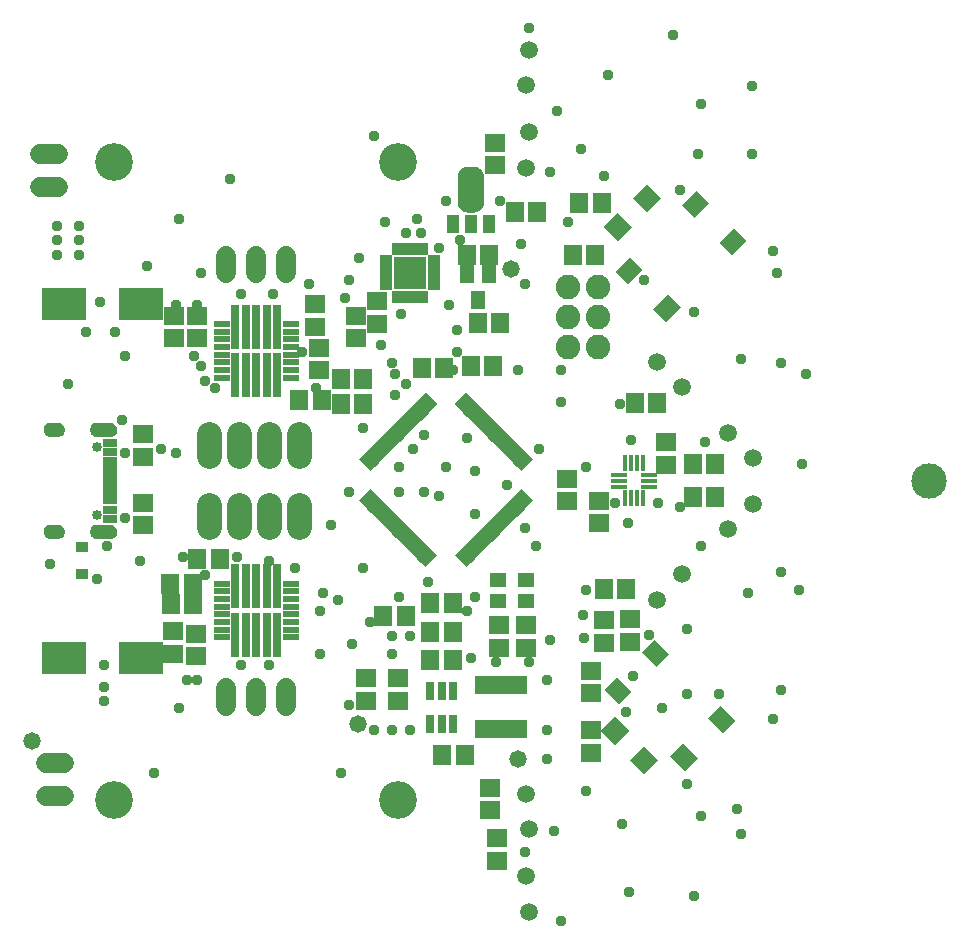
<source format=gbr>
G04 EAGLE Gerber RS-274X export*
G75*
%MOMM*%
%FSLAX34Y34*%
%LPD*%
%INSoldermask Top*%
%IPPOS*%
%AMOC8*
5,1,8,0,0,1.08239X$1,22.5*%
G01*
%ADD10R,1.503200X1.703200*%
%ADD11R,1.703200X1.503200*%
%ADD12R,0.453200X1.453200*%
%ADD13R,1.453200X0.453200*%
%ADD14C,1.511200*%
%ADD15R,1.203200X0.503200*%
%ADD16R,1.203200X0.803200*%
%ADD17C,0.853200*%
%ADD18R,1.803200X1.503200*%
%ADD19R,1.503200X1.803200*%
%ADD20R,3.703200X2.703200*%
%ADD21C,1.727200*%
%ADD22R,0.753200X1.553200*%
%ADD23R,4.403200X1.603200*%
%ADD24R,1.203200X1.603200*%
%ADD25R,1.003200X1.603200*%
%ADD26R,1.000000X1.600000*%
%ADD27C,1.473200*%
%ADD28C,3.003200*%
%ADD29R,1.703200X1.703200*%
%ADD30C,2.082800*%
%ADD31R,1.033200X0.833200*%
%ADD32R,1.403200X1.303200*%
%ADD33R,1.503200X1.753200*%
%ADD34R,1.397000X0.508000*%
%ADD35R,1.403200X0.553200*%
%ADD36R,1.453200X0.553200*%
%ADD37R,0.653200X3.753200*%
%ADD38C,3.203200*%
%ADD39C,1.711200*%
%ADD40C,2.082800*%
%ADD41R,0.503200X1.053200*%
%ADD42R,1.053200X0.503200*%
%ADD43R,2.753200X2.753200*%
%ADD44C,0.959600*%

G36*
X374690Y627049D02*
X374690Y627049D01*
X375024Y627059D01*
X375101Y627069D01*
X375179Y627073D01*
X375510Y627121D01*
X375842Y627164D01*
X375918Y627181D01*
X375995Y627192D01*
X376320Y627273D01*
X376645Y627347D01*
X376719Y627372D01*
X376795Y627390D01*
X377111Y627502D01*
X377428Y627607D01*
X377499Y627639D01*
X377572Y627665D01*
X377876Y627806D01*
X378181Y627942D01*
X378249Y627980D01*
X378319Y628013D01*
X378608Y628184D01*
X378898Y628348D01*
X378962Y628393D01*
X379029Y628433D01*
X379300Y628630D01*
X379573Y628822D01*
X379632Y628873D01*
X379695Y628919D01*
X379945Y629142D01*
X380198Y629359D01*
X380252Y629415D01*
X380311Y629467D01*
X380538Y629713D01*
X380769Y629954D01*
X380817Y630015D01*
X380870Y630073D01*
X381072Y630338D01*
X381279Y630602D01*
X381321Y630667D01*
X381368Y630729D01*
X381543Y631014D01*
X381724Y631295D01*
X381760Y631365D01*
X381801Y631431D01*
X381947Y631731D01*
X382100Y632029D01*
X382129Y632102D01*
X382163Y632172D01*
X382280Y632485D01*
X382403Y632796D01*
X382424Y632871D01*
X382452Y632944D01*
X382538Y633267D01*
X382630Y633588D01*
X382644Y633665D01*
X382664Y633740D01*
X382719Y634070D01*
X382779Y634399D01*
X382784Y634462D01*
X382799Y634554D01*
X382854Y635376D01*
X382851Y635469D01*
X382855Y635532D01*
X382855Y657282D01*
X382839Y657616D01*
X382829Y657950D01*
X382819Y658027D01*
X382815Y658105D01*
X382767Y658436D01*
X382724Y658768D01*
X382707Y658844D01*
X382696Y658921D01*
X382615Y659246D01*
X382541Y659571D01*
X382516Y659645D01*
X382498Y659721D01*
X382386Y660037D01*
X382281Y660354D01*
X382249Y660425D01*
X382223Y660498D01*
X382082Y660802D01*
X381946Y661107D01*
X381908Y661175D01*
X381875Y661245D01*
X381704Y661534D01*
X381540Y661824D01*
X381495Y661888D01*
X381455Y661955D01*
X381258Y662226D01*
X381066Y662499D01*
X381015Y662558D01*
X380969Y662621D01*
X380746Y662871D01*
X380529Y663124D01*
X380473Y663178D01*
X380421Y663237D01*
X380175Y663464D01*
X379934Y663695D01*
X379873Y663743D01*
X379815Y663796D01*
X379550Y663998D01*
X379287Y664205D01*
X379221Y664247D01*
X379159Y664294D01*
X378874Y664469D01*
X378593Y664650D01*
X378523Y664686D01*
X378457Y664727D01*
X378157Y664873D01*
X377859Y665026D01*
X377786Y665055D01*
X377716Y665089D01*
X377403Y665206D01*
X377092Y665329D01*
X377017Y665350D01*
X376944Y665378D01*
X376621Y665464D01*
X376300Y665556D01*
X376223Y665570D01*
X376148Y665590D01*
X375818Y665645D01*
X375489Y665705D01*
X375426Y665710D01*
X375334Y665725D01*
X374512Y665780D01*
X374419Y665777D01*
X374356Y665781D01*
X369106Y665781D01*
X368772Y665765D01*
X368438Y665755D01*
X368361Y665745D01*
X368283Y665741D01*
X367952Y665693D01*
X367620Y665650D01*
X367544Y665633D01*
X367467Y665622D01*
X367142Y665541D01*
X366817Y665467D01*
X366743Y665442D01*
X366667Y665424D01*
X366351Y665312D01*
X366034Y665207D01*
X365963Y665175D01*
X365890Y665149D01*
X365586Y665008D01*
X365281Y664872D01*
X365213Y664834D01*
X365143Y664801D01*
X364854Y664630D01*
X364564Y664466D01*
X364500Y664421D01*
X364433Y664381D01*
X364162Y664184D01*
X363889Y663992D01*
X363830Y663941D01*
X363767Y663895D01*
X363517Y663672D01*
X363264Y663455D01*
X363210Y663399D01*
X363152Y663347D01*
X362924Y663101D01*
X362693Y662860D01*
X362645Y662799D01*
X362592Y662741D01*
X362390Y662476D01*
X362183Y662213D01*
X362141Y662147D01*
X362094Y662085D01*
X361919Y661800D01*
X361738Y661519D01*
X361702Y661449D01*
X361661Y661383D01*
X361515Y661083D01*
X361362Y660785D01*
X361334Y660712D01*
X361299Y660642D01*
X361182Y660329D01*
X361059Y660018D01*
X361038Y659943D01*
X361010Y659870D01*
X360924Y659547D01*
X360832Y659226D01*
X360818Y659149D01*
X360798Y659074D01*
X360743Y658744D01*
X360683Y658415D01*
X360678Y658352D01*
X360663Y658260D01*
X360608Y657438D01*
X360611Y657345D01*
X360607Y657282D01*
X360607Y635532D01*
X360623Y635198D01*
X360633Y634864D01*
X360643Y634787D01*
X360647Y634709D01*
X360695Y634378D01*
X360738Y634046D01*
X360755Y633970D01*
X360766Y633893D01*
X360847Y633568D01*
X360921Y633243D01*
X360946Y633169D01*
X360964Y633093D01*
X361076Y632777D01*
X361181Y632460D01*
X361213Y632389D01*
X361239Y632316D01*
X361380Y632012D01*
X361516Y631707D01*
X361554Y631639D01*
X361587Y631569D01*
X361758Y631280D01*
X361922Y630990D01*
X361967Y630926D01*
X362007Y630859D01*
X362204Y630588D01*
X362396Y630315D01*
X362447Y630256D01*
X362493Y630193D01*
X362716Y629943D01*
X362933Y629690D01*
X362989Y629636D01*
X363041Y629578D01*
X363287Y629350D01*
X363528Y629119D01*
X363589Y629071D01*
X363647Y629018D01*
X363912Y628816D01*
X364176Y628609D01*
X364241Y628567D01*
X364303Y628520D01*
X364588Y628345D01*
X364869Y628164D01*
X364939Y628128D01*
X365005Y628087D01*
X365305Y627941D01*
X365603Y627788D01*
X365676Y627760D01*
X365746Y627725D01*
X366059Y627608D01*
X366370Y627485D01*
X366445Y627464D01*
X366518Y627436D01*
X366841Y627350D01*
X367162Y627258D01*
X367239Y627244D01*
X367314Y627224D01*
X367644Y627169D01*
X367973Y627109D01*
X368036Y627104D01*
X368128Y627089D01*
X368950Y627034D01*
X369043Y627037D01*
X369106Y627033D01*
X374356Y627033D01*
X374690Y627049D01*
G37*
G36*
X66805Y437154D02*
X66805Y437154D01*
X66807Y437151D01*
X68087Y437346D01*
X68093Y437352D01*
X68097Y437349D01*
X69301Y437824D01*
X69306Y437831D01*
X69311Y437829D01*
X70379Y438560D01*
X70382Y438567D01*
X70388Y438567D01*
X71267Y439517D01*
X71267Y439525D01*
X71273Y439526D01*
X71918Y440647D01*
X71917Y440656D01*
X71923Y440658D01*
X72302Y441895D01*
X72300Y441903D01*
X72304Y441906D01*
X72399Y443196D01*
X72396Y443201D01*
X72399Y443203D01*
X72332Y444334D01*
X72327Y444339D01*
X72331Y444343D01*
X72044Y445440D01*
X72038Y445444D01*
X72041Y445449D01*
X71546Y446468D01*
X71540Y446471D01*
X71541Y446476D01*
X70857Y447379D01*
X70850Y447381D01*
X70850Y447386D01*
X70003Y448139D01*
X69996Y448139D01*
X69995Y448144D01*
X69018Y448717D01*
X69011Y448716D01*
X69009Y448721D01*
X67938Y449092D01*
X67932Y449089D01*
X67929Y449094D01*
X66807Y449249D01*
X66802Y449246D01*
X66800Y449249D01*
X54800Y449249D01*
X54795Y449246D01*
X54792Y449249D01*
X53525Y449044D01*
X53519Y449038D01*
X53515Y449041D01*
X52325Y448559D01*
X52321Y448552D01*
X52315Y448554D01*
X51262Y447820D01*
X51260Y447812D01*
X51254Y447813D01*
X50391Y446863D01*
X50390Y446854D01*
X50385Y446854D01*
X49755Y445735D01*
X49756Y445727D01*
X49750Y445725D01*
X49385Y444495D01*
X49388Y444487D01*
X49383Y444484D01*
X49301Y443203D01*
X49304Y443199D01*
X49301Y443197D01*
X49383Y441916D01*
X49389Y441910D01*
X49385Y441905D01*
X49750Y440675D01*
X49757Y440670D01*
X49755Y440665D01*
X50385Y439546D01*
X50392Y439543D01*
X50391Y439537D01*
X51254Y438587D01*
X51262Y438586D01*
X51262Y438580D01*
X52315Y437846D01*
X52323Y437846D01*
X52325Y437841D01*
X53515Y437359D01*
X53522Y437361D01*
X53525Y437356D01*
X54792Y437151D01*
X54797Y437154D01*
X54800Y437151D01*
X66800Y437151D01*
X66805Y437154D01*
G37*
G36*
X66805Y350754D02*
X66805Y350754D01*
X66807Y350751D01*
X68087Y350946D01*
X68093Y350952D01*
X68097Y350949D01*
X69301Y351424D01*
X69306Y351431D01*
X69311Y351429D01*
X70379Y352160D01*
X70382Y352167D01*
X70388Y352167D01*
X71267Y353117D01*
X71267Y353125D01*
X71273Y353126D01*
X71918Y354247D01*
X71917Y354256D01*
X71923Y354258D01*
X72302Y355495D01*
X72300Y355503D01*
X72304Y355506D01*
X72399Y356796D01*
X72396Y356801D01*
X72399Y356803D01*
X72332Y357934D01*
X72327Y357939D01*
X72331Y357943D01*
X72044Y359040D01*
X72038Y359044D01*
X72041Y359049D01*
X71546Y360068D01*
X71540Y360071D01*
X71541Y360076D01*
X70857Y360979D01*
X70850Y360981D01*
X70850Y360986D01*
X70003Y361739D01*
X69996Y361739D01*
X69995Y361744D01*
X69018Y362317D01*
X69011Y362316D01*
X69009Y362321D01*
X67938Y362692D01*
X67932Y362689D01*
X67929Y362694D01*
X66807Y362849D01*
X66802Y362846D01*
X66800Y362849D01*
X54800Y362849D01*
X54795Y362846D01*
X54792Y362849D01*
X53525Y362644D01*
X53519Y362638D01*
X53515Y362641D01*
X52325Y362159D01*
X52321Y362152D01*
X52315Y362154D01*
X51262Y361420D01*
X51260Y361412D01*
X51254Y361413D01*
X50391Y360463D01*
X50390Y360454D01*
X50385Y360454D01*
X49755Y359335D01*
X49756Y359327D01*
X49750Y359325D01*
X49385Y358095D01*
X49388Y358087D01*
X49383Y358084D01*
X49301Y356803D01*
X49304Y356799D01*
X49301Y356797D01*
X49383Y355516D01*
X49389Y355510D01*
X49385Y355505D01*
X49750Y354275D01*
X49757Y354270D01*
X49755Y354265D01*
X50385Y353146D01*
X50392Y353143D01*
X50391Y353137D01*
X51254Y352187D01*
X51262Y352186D01*
X51262Y352180D01*
X52315Y351446D01*
X52323Y351446D01*
X52325Y351441D01*
X53515Y350959D01*
X53522Y350961D01*
X53525Y350956D01*
X54792Y350751D01*
X54797Y350754D01*
X54800Y350751D01*
X66800Y350751D01*
X66805Y350754D01*
G37*
G36*
X22003Y437153D02*
X22003Y437153D01*
X22005Y437151D01*
X23181Y437262D01*
X23186Y437267D01*
X23190Y437264D01*
X24322Y437602D01*
X24326Y437608D01*
X24331Y437606D01*
X25375Y438158D01*
X25378Y438165D01*
X25383Y438163D01*
X26299Y438909D01*
X26300Y438916D01*
X26306Y438916D01*
X27059Y439826D01*
X27059Y439833D01*
X27064Y439834D01*
X27625Y440873D01*
X27624Y440878D01*
X27628Y440880D01*
X27627Y440881D01*
X27629Y440882D01*
X27976Y442011D01*
X27976Y442012D01*
X27977Y442013D01*
X27974Y442017D01*
X27978Y442020D01*
X28099Y443195D01*
X28095Y443202D01*
X28099Y443206D01*
X27942Y444546D01*
X27937Y444552D01*
X27940Y444557D01*
X27489Y445828D01*
X27482Y445833D01*
X27484Y445838D01*
X26762Y446977D01*
X26754Y446980D01*
X26755Y446986D01*
X25797Y447936D01*
X25789Y447937D01*
X25788Y447943D01*
X24643Y448656D01*
X24635Y448655D01*
X24633Y448661D01*
X23357Y449101D01*
X23350Y449099D01*
X23347Y449103D01*
X22005Y449249D01*
X22002Y449247D01*
X22000Y449249D01*
X16000Y449249D01*
X15997Y449247D01*
X15994Y449249D01*
X14665Y449094D01*
X14659Y449088D01*
X14655Y449091D01*
X13394Y448644D01*
X13389Y448637D01*
X13384Y448639D01*
X12254Y447922D01*
X12251Y447915D01*
X12245Y447916D01*
X11303Y446966D01*
X11302Y446957D01*
X11296Y446957D01*
X10589Y445821D01*
X10590Y445813D01*
X10584Y445811D01*
X10148Y444546D01*
X10150Y444538D01*
X10145Y444536D01*
X10001Y443205D01*
X10005Y443199D01*
X10001Y443195D01*
X10111Y442029D01*
X10116Y442024D01*
X10113Y442020D01*
X10448Y440897D01*
X10454Y440893D01*
X10452Y440889D01*
X11000Y439853D01*
X11006Y439850D01*
X11005Y439845D01*
X11744Y438937D01*
X11751Y438935D01*
X11751Y438930D01*
X12653Y438183D01*
X12661Y438183D01*
X12661Y438178D01*
X13692Y437621D01*
X13699Y437622D01*
X13701Y437617D01*
X14820Y437273D01*
X14827Y437275D01*
X14830Y437271D01*
X15995Y437151D01*
X15998Y437153D01*
X16000Y437151D01*
X22000Y437151D01*
X22003Y437153D01*
G37*
G36*
X22003Y350753D02*
X22003Y350753D01*
X22005Y350751D01*
X23181Y350862D01*
X23186Y350867D01*
X23190Y350864D01*
X24322Y351202D01*
X24326Y351208D01*
X24331Y351206D01*
X25375Y351758D01*
X25378Y351765D01*
X25383Y351763D01*
X26299Y352509D01*
X26300Y352516D01*
X26306Y352516D01*
X27059Y353426D01*
X27059Y353433D01*
X27064Y353434D01*
X27625Y354473D01*
X27624Y354478D01*
X27628Y354480D01*
X27627Y354481D01*
X27629Y354482D01*
X27976Y355611D01*
X27976Y355612D01*
X27977Y355613D01*
X27974Y355617D01*
X27978Y355620D01*
X28099Y356795D01*
X28095Y356802D01*
X28099Y356806D01*
X27942Y358146D01*
X27937Y358152D01*
X27940Y358157D01*
X27489Y359428D01*
X27482Y359433D01*
X27484Y359438D01*
X26762Y360577D01*
X26754Y360580D01*
X26755Y360586D01*
X25797Y361536D01*
X25789Y361537D01*
X25788Y361543D01*
X24643Y362256D01*
X24635Y362255D01*
X24633Y362261D01*
X23357Y362701D01*
X23350Y362699D01*
X23347Y362703D01*
X22005Y362849D01*
X22002Y362847D01*
X22000Y362849D01*
X16000Y362849D01*
X15997Y362847D01*
X15994Y362849D01*
X14665Y362694D01*
X14659Y362688D01*
X14655Y362691D01*
X13394Y362244D01*
X13389Y362237D01*
X13384Y362239D01*
X12254Y361522D01*
X12251Y361515D01*
X12245Y361516D01*
X11303Y360566D01*
X11302Y360557D01*
X11296Y360557D01*
X10589Y359421D01*
X10590Y359413D01*
X10584Y359411D01*
X10148Y358146D01*
X10150Y358138D01*
X10145Y358136D01*
X10001Y356805D01*
X10005Y356799D01*
X10001Y356795D01*
X10111Y355629D01*
X10116Y355624D01*
X10113Y355620D01*
X10448Y354497D01*
X10454Y354493D01*
X10452Y354489D01*
X11000Y353453D01*
X11006Y353450D01*
X11005Y353445D01*
X11744Y352537D01*
X11751Y352535D01*
X11751Y352530D01*
X12653Y351783D01*
X12661Y351783D01*
X12661Y351778D01*
X13692Y351221D01*
X13699Y351222D01*
X13701Y351217D01*
X14820Y350873D01*
X14827Y350875D01*
X14830Y350871D01*
X15995Y350751D01*
X15998Y350753D01*
X16000Y350751D01*
X22000Y350751D01*
X22003Y350753D01*
G37*
D10*
X330020Y495240D03*
X349020Y495240D03*
X477036Y591272D03*
X458036Y591272D03*
D11*
X484192Y281964D03*
X484192Y262964D03*
X140000Y539500D03*
X140000Y520500D03*
X120000Y539500D03*
X120000Y520500D03*
D12*
X502500Y385000D03*
X507500Y385000D03*
X512500Y385000D03*
X517500Y385000D03*
D13*
X522500Y395000D03*
X522500Y400000D03*
X522500Y405000D03*
D12*
X517500Y415000D03*
X512500Y415000D03*
X507500Y415000D03*
X502500Y415000D03*
D13*
X497500Y405000D03*
X497500Y400000D03*
X497500Y395000D03*
D14*
X421307Y694943D03*
X418693Y665057D03*
X421307Y764943D03*
X418693Y735057D03*
X418693Y134943D03*
X421307Y105057D03*
X418693Y64943D03*
X421307Y35057D03*
X529393Y500607D03*
X550607Y479393D03*
X589393Y440607D03*
X610607Y419393D03*
X610607Y380607D03*
X589393Y359393D03*
X550607Y320607D03*
X529393Y299393D03*
D15*
X66600Y392500D03*
X66600Y397500D03*
D16*
X66600Y367750D03*
X66600Y375500D03*
D15*
X66600Y382500D03*
X66600Y387500D03*
X66600Y407500D03*
X66600Y402500D03*
D16*
X66600Y432250D03*
X66600Y424500D03*
D15*
X66600Y417500D03*
X66600Y412500D03*
D17*
X55550Y428900D03*
X55550Y371100D03*
D18*
X387808Y120980D03*
X387808Y139980D03*
D19*
X484148Y307888D03*
X503148Y307888D03*
X529500Y466096D03*
X510500Y466096D03*
X427748Y627176D03*
X408748Y627176D03*
D18*
X394280Y97204D03*
X394280Y78204D03*
D19*
X559644Y386096D03*
X578644Y386096D03*
X559644Y413904D03*
X578644Y413904D03*
D18*
X392000Y666860D03*
X392000Y685860D03*
D10*
X261524Y486384D03*
X280524Y486384D03*
X261524Y464568D03*
X280524Y464568D03*
D20*
X92500Y550000D03*
X27500Y550000D03*
X92500Y250000D03*
X27500Y250000D03*
D21*
X22380Y648730D02*
X7140Y648730D01*
X7140Y676670D02*
X22380Y676670D01*
D22*
X356452Y221895D03*
X346952Y221895D03*
X337452Y221895D03*
X337452Y194393D03*
X346952Y194393D03*
X356452Y194393D03*
D10*
X366452Y168144D03*
X347452Y168144D03*
D11*
X310000Y213884D03*
X310000Y232884D03*
X283048Y213884D03*
X283048Y232884D03*
D10*
X337452Y272048D03*
X356452Y272048D03*
X337260Y296592D03*
X356260Y296592D03*
X337452Y248144D03*
X356452Y248144D03*
D23*
X396952Y189644D03*
X396952Y226644D03*
D19*
X368452Y591312D03*
X387452Y591312D03*
D24*
X377952Y552880D03*
X368452Y574880D03*
X387452Y574880D03*
D25*
X356866Y617222D03*
X386846Y617222D03*
D26*
X371856Y617232D03*
D19*
X377596Y533400D03*
X396596Y533400D03*
D27*
X411480Y164592D03*
X405384Y579120D03*
X276160Y194216D03*
D28*
X760000Y400000D03*
D18*
X506888Y263836D03*
X506888Y282836D03*
D11*
X473840Y219828D03*
X473840Y238828D03*
D29*
G36*
X506427Y163722D02*
X518470Y175765D01*
X530513Y163722D01*
X518470Y151679D01*
X506427Y163722D01*
G37*
G36*
X481679Y188470D02*
X493722Y200513D01*
X505765Y188470D01*
X493722Y176427D01*
X481679Y188470D01*
G37*
G36*
X520662Y627283D02*
X508619Y639326D01*
X520662Y651369D01*
X532705Y639326D01*
X520662Y627283D01*
G37*
G36*
X495914Y602535D02*
X483871Y614578D01*
X495914Y626621D01*
X507957Y614578D01*
X495914Y602535D01*
G37*
D18*
X473544Y188788D03*
X473544Y169788D03*
D19*
X482340Y635088D03*
X463340Y635088D03*
D21*
X27620Y161270D02*
X12380Y161270D01*
X12380Y133330D02*
X27620Y133330D01*
D19*
X297724Y285240D03*
X316724Y285240D03*
D11*
X537176Y432460D03*
X537176Y413460D03*
D18*
X480000Y382836D03*
X480000Y363836D03*
X453320Y401604D03*
X453320Y382604D03*
D30*
X454152Y563880D03*
X479552Y563880D03*
X454152Y538480D03*
X479552Y538480D03*
X454152Y513080D03*
X479552Y513080D03*
D18*
X94488Y362356D03*
X94488Y381356D03*
X94488Y439268D03*
X94488Y420268D03*
D31*
X42672Y320732D03*
X42672Y343732D03*
D32*
X418318Y315902D03*
X394818Y315902D03*
X394818Y298402D03*
X418318Y298402D03*
D11*
X395624Y277724D03*
X395624Y258724D03*
X418192Y277724D03*
X418192Y258724D03*
D33*
G36*
X572504Y198685D02*
X583134Y209315D01*
X595530Y196919D01*
X584900Y186289D01*
X572504Y198685D01*
G37*
G36*
X516289Y254900D02*
X526919Y265530D01*
X539315Y253134D01*
X528685Y242504D01*
X516289Y254900D01*
G37*
G36*
X540685Y166866D02*
X551315Y177496D01*
X563711Y165100D01*
X553081Y154470D01*
X540685Y166866D01*
G37*
G36*
X484470Y223081D02*
X495100Y233711D01*
X507496Y221315D01*
X496866Y210685D01*
X484470Y223081D01*
G37*
G36*
X561315Y622504D02*
X550685Y633134D01*
X563081Y645530D01*
X573711Y634900D01*
X561315Y622504D01*
G37*
G36*
X505100Y566289D02*
X494470Y576919D01*
X506866Y589315D01*
X517496Y578685D01*
X505100Y566289D01*
G37*
G36*
X593134Y590685D02*
X582504Y601315D01*
X594900Y613711D01*
X605530Y603081D01*
X593134Y590685D01*
G37*
G36*
X536919Y534470D02*
X526289Y545100D01*
X538685Y557496D01*
X549315Y546866D01*
X536919Y534470D01*
G37*
D34*
G36*
X361711Y340320D02*
X371589Y330442D01*
X367997Y326850D01*
X358119Y336728D01*
X361711Y340320D01*
G37*
G36*
X365247Y343855D02*
X375125Y333977D01*
X371533Y330385D01*
X361655Y340263D01*
X365247Y343855D01*
G37*
G36*
X368782Y347391D02*
X378660Y337513D01*
X375068Y333921D01*
X365190Y343799D01*
X368782Y347391D01*
G37*
G36*
X372318Y350926D02*
X382196Y341048D01*
X378604Y337456D01*
X368726Y347334D01*
X372318Y350926D01*
G37*
G36*
X375853Y354462D02*
X385731Y344584D01*
X382139Y340992D01*
X372261Y350870D01*
X375853Y354462D01*
G37*
G36*
X379389Y357998D02*
X389267Y348120D01*
X385675Y344528D01*
X375797Y354406D01*
X379389Y357998D01*
G37*
G36*
X382924Y361533D02*
X392802Y351655D01*
X389210Y348063D01*
X379332Y357941D01*
X382924Y361533D01*
G37*
G36*
X386460Y365069D02*
X396338Y355191D01*
X392746Y351599D01*
X382868Y361477D01*
X386460Y365069D01*
G37*
G36*
X389995Y368604D02*
X399873Y358726D01*
X396281Y355134D01*
X386403Y365012D01*
X389995Y368604D01*
G37*
G36*
X393531Y372140D02*
X403409Y362262D01*
X399817Y358670D01*
X389939Y368548D01*
X393531Y372140D01*
G37*
G36*
X397066Y375675D02*
X406944Y365797D01*
X403352Y362205D01*
X393474Y372083D01*
X397066Y375675D01*
G37*
G36*
X400602Y379211D02*
X410480Y369333D01*
X406888Y365741D01*
X397010Y375619D01*
X400602Y379211D01*
G37*
G36*
X404138Y382746D02*
X414016Y372868D01*
X410424Y369276D01*
X400546Y379154D01*
X404138Y382746D01*
G37*
G36*
X407673Y386282D02*
X417551Y376404D01*
X413959Y372812D01*
X404081Y382690D01*
X407673Y386282D01*
G37*
G36*
X411209Y389817D02*
X421087Y379939D01*
X417495Y376347D01*
X407617Y386225D01*
X411209Y389817D01*
G37*
G36*
X414744Y393353D02*
X424622Y383475D01*
X421030Y379883D01*
X411152Y389761D01*
X414744Y393353D01*
G37*
G36*
X411152Y411759D02*
X421030Y421637D01*
X424622Y418045D01*
X414744Y408167D01*
X411152Y411759D01*
G37*
G36*
X407617Y415295D02*
X417495Y425173D01*
X421087Y421581D01*
X411209Y411703D01*
X407617Y415295D01*
G37*
G36*
X404081Y418830D02*
X413959Y428708D01*
X417551Y425116D01*
X407673Y415238D01*
X404081Y418830D01*
G37*
G36*
X400546Y422366D02*
X410424Y432244D01*
X414016Y428652D01*
X404138Y418774D01*
X400546Y422366D01*
G37*
G36*
X397010Y425901D02*
X406888Y435779D01*
X410480Y432187D01*
X400602Y422309D01*
X397010Y425901D01*
G37*
G36*
X393474Y429437D02*
X403352Y439315D01*
X406944Y435723D01*
X397066Y425845D01*
X393474Y429437D01*
G37*
G36*
X389939Y432972D02*
X399817Y442850D01*
X403409Y439258D01*
X393531Y429380D01*
X389939Y432972D01*
G37*
G36*
X386403Y436508D02*
X396281Y446386D01*
X399873Y442794D01*
X389995Y432916D01*
X386403Y436508D01*
G37*
G36*
X382868Y440043D02*
X392746Y449921D01*
X396338Y446329D01*
X386460Y436451D01*
X382868Y440043D01*
G37*
G36*
X379332Y443579D02*
X389210Y453457D01*
X392802Y449865D01*
X382924Y439987D01*
X379332Y443579D01*
G37*
G36*
X375797Y447114D02*
X385675Y456992D01*
X389267Y453400D01*
X379389Y443522D01*
X375797Y447114D01*
G37*
G36*
X372261Y450650D02*
X382139Y460528D01*
X385731Y456936D01*
X375853Y447058D01*
X372261Y450650D01*
G37*
G36*
X368726Y454186D02*
X378604Y464064D01*
X382196Y460472D01*
X372318Y450594D01*
X368726Y454186D01*
G37*
G36*
X365190Y457721D02*
X375068Y467599D01*
X378660Y464007D01*
X368782Y454129D01*
X365190Y457721D01*
G37*
G36*
X361655Y461257D02*
X371533Y471135D01*
X375125Y467543D01*
X365247Y457665D01*
X361655Y461257D01*
G37*
G36*
X358119Y464792D02*
X367997Y474670D01*
X371589Y471078D01*
X361711Y461200D01*
X358119Y464792D01*
G37*
G36*
X339713Y461200D02*
X329835Y471078D01*
X333427Y474670D01*
X343305Y464792D01*
X339713Y461200D01*
G37*
G36*
X336177Y457665D02*
X326299Y467543D01*
X329891Y471135D01*
X339769Y461257D01*
X336177Y457665D01*
G37*
G36*
X332642Y454129D02*
X322764Y464007D01*
X326356Y467599D01*
X336234Y457721D01*
X332642Y454129D01*
G37*
G36*
X329106Y450594D02*
X319228Y460472D01*
X322820Y464064D01*
X332698Y454186D01*
X329106Y450594D01*
G37*
G36*
X325571Y447058D02*
X315693Y456936D01*
X319285Y460528D01*
X329163Y450650D01*
X325571Y447058D01*
G37*
G36*
X322035Y443522D02*
X312157Y453400D01*
X315749Y456992D01*
X325627Y447114D01*
X322035Y443522D01*
G37*
G36*
X318500Y439987D02*
X308622Y449865D01*
X312214Y453457D01*
X322092Y443579D01*
X318500Y439987D01*
G37*
G36*
X314964Y436451D02*
X305086Y446329D01*
X308678Y449921D01*
X318556Y440043D01*
X314964Y436451D01*
G37*
G36*
X311429Y432916D02*
X301551Y442794D01*
X305143Y446386D01*
X315021Y436508D01*
X311429Y432916D01*
G37*
G36*
X307893Y429380D02*
X298015Y439258D01*
X301607Y442850D01*
X311485Y432972D01*
X307893Y429380D01*
G37*
G36*
X304358Y425845D02*
X294480Y435723D01*
X298072Y439315D01*
X307950Y429437D01*
X304358Y425845D01*
G37*
G36*
X300822Y422309D02*
X290944Y432187D01*
X294536Y435779D01*
X304414Y425901D01*
X300822Y422309D01*
G37*
G36*
X297286Y418774D02*
X287408Y428652D01*
X291000Y432244D01*
X300878Y422366D01*
X297286Y418774D01*
G37*
G36*
X293751Y415238D02*
X283873Y425116D01*
X287465Y428708D01*
X297343Y418830D01*
X293751Y415238D01*
G37*
G36*
X290215Y411703D02*
X280337Y421581D01*
X283929Y425173D01*
X293807Y415295D01*
X290215Y411703D01*
G37*
G36*
X286680Y408167D02*
X276802Y418045D01*
X280394Y421637D01*
X290272Y411759D01*
X286680Y408167D01*
G37*
G36*
X290272Y389761D02*
X280394Y379883D01*
X276802Y383475D01*
X286680Y393353D01*
X290272Y389761D01*
G37*
G36*
X293807Y386225D02*
X283929Y376347D01*
X280337Y379939D01*
X290215Y389817D01*
X293807Y386225D01*
G37*
G36*
X297343Y382690D02*
X287465Y372812D01*
X283873Y376404D01*
X293751Y386282D01*
X297343Y382690D01*
G37*
G36*
X300878Y379154D02*
X291000Y369276D01*
X287408Y372868D01*
X297286Y382746D01*
X300878Y379154D01*
G37*
G36*
X304414Y375619D02*
X294536Y365741D01*
X290944Y369333D01*
X300822Y379211D01*
X304414Y375619D01*
G37*
G36*
X307950Y372083D02*
X298072Y362205D01*
X294480Y365797D01*
X304358Y375675D01*
X307950Y372083D01*
G37*
G36*
X311485Y368548D02*
X301607Y358670D01*
X298015Y362262D01*
X307893Y372140D01*
X311485Y368548D01*
G37*
G36*
X315021Y365012D02*
X305143Y355134D01*
X301551Y358726D01*
X311429Y368604D01*
X315021Y365012D01*
G37*
G36*
X318556Y361477D02*
X308678Y351599D01*
X305086Y355191D01*
X314964Y365069D01*
X318556Y361477D01*
G37*
G36*
X322092Y357941D02*
X312214Y348063D01*
X308622Y351655D01*
X318500Y361533D01*
X322092Y357941D01*
G37*
G36*
X325627Y354406D02*
X315749Y344528D01*
X312157Y348120D01*
X322035Y357998D01*
X325627Y354406D01*
G37*
G36*
X329163Y350870D02*
X319285Y340992D01*
X315693Y344584D01*
X325571Y354462D01*
X329163Y350870D01*
G37*
G36*
X332698Y347334D02*
X322820Y337456D01*
X319228Y341048D01*
X329106Y350926D01*
X332698Y347334D01*
G37*
G36*
X336234Y343799D02*
X326356Y333921D01*
X322764Y337513D01*
X332642Y347391D01*
X336234Y343799D01*
G37*
G36*
X339769Y340263D02*
X329891Y330385D01*
X326299Y333977D01*
X336177Y343855D01*
X339769Y340263D01*
G37*
G36*
X343305Y336728D02*
X333427Y326850D01*
X329835Y330442D01*
X339713Y340320D01*
X343305Y336728D01*
G37*
D10*
X371500Y496824D03*
X390500Y496824D03*
D27*
X0Y180000D03*
D35*
X160750Y532750D03*
X160750Y526250D03*
D36*
X160750Y519750D03*
X160750Y513250D03*
X160750Y506750D03*
X160750Y500250D03*
X160750Y493750D03*
X160750Y487250D03*
D37*
X172000Y489500D03*
X181000Y489500D03*
X190000Y489500D03*
X199000Y489500D03*
X208000Y489500D03*
D36*
X219250Y487250D03*
X219250Y493750D03*
X219250Y500250D03*
X219250Y506750D03*
X219250Y513250D03*
X219250Y519750D03*
X219250Y526250D03*
X219250Y532750D03*
D37*
X208000Y530500D03*
X199000Y530500D03*
X190000Y530500D03*
X181000Y530500D03*
X172000Y530500D03*
D38*
X70000Y670000D03*
X310000Y670000D03*
D39*
X215400Y590540D02*
X215400Y575460D01*
X190000Y575460D02*
X190000Y590540D01*
X164600Y590540D02*
X164600Y575460D01*
D11*
X240000Y549500D03*
X240000Y530500D03*
X243048Y493548D03*
X243048Y512548D03*
D10*
X245300Y468600D03*
X226300Y468600D03*
X117220Y312504D03*
X136220Y312504D03*
X117700Y295928D03*
X136700Y295928D03*
D35*
X219250Y267250D03*
X219250Y273750D03*
D36*
X219250Y280250D03*
X219250Y286750D03*
X219250Y293250D03*
X219250Y299750D03*
X219250Y306250D03*
X219250Y312750D03*
D37*
X208000Y310500D03*
X199000Y310500D03*
X190000Y310500D03*
X181000Y310500D03*
X172000Y310500D03*
D36*
X160750Y312750D03*
X160750Y306250D03*
X160750Y299750D03*
X160750Y293250D03*
X160750Y286750D03*
X160750Y280250D03*
X160750Y273750D03*
X160750Y267250D03*
D37*
X172000Y269500D03*
X181000Y269500D03*
X190000Y269500D03*
X199000Y269500D03*
X208000Y269500D03*
D38*
X310000Y130000D03*
X70000Y130000D03*
D39*
X164600Y209460D02*
X164600Y224540D01*
X190000Y224540D02*
X190000Y209460D01*
X215400Y209460D02*
X215400Y224540D01*
D11*
X139144Y251356D03*
X139144Y270356D03*
X119936Y253524D03*
X119936Y272524D03*
D10*
X140060Y333608D03*
X159060Y333608D03*
D40*
X150000Y420602D02*
X150000Y439398D01*
X175400Y439398D02*
X175400Y420602D01*
X200800Y420602D02*
X200800Y439398D01*
X226200Y439398D02*
X226200Y420602D01*
X150000Y379398D02*
X150000Y360602D01*
X175400Y360602D02*
X175400Y379398D01*
X200800Y379398D02*
X200800Y360602D01*
X226200Y360602D02*
X226200Y379398D01*
D11*
X274320Y539852D03*
X274320Y520852D03*
D18*
X292608Y552044D03*
X292608Y533044D03*
D41*
X307540Y596572D03*
X312540Y596572D03*
X317540Y596572D03*
X322540Y596572D03*
X327540Y596572D03*
X332540Y596572D03*
D42*
X340540Y588572D03*
X340540Y583572D03*
X340540Y578572D03*
X340540Y573572D03*
X340540Y568572D03*
X340540Y563572D03*
X299540Y563572D03*
X299540Y568572D03*
X299540Y573572D03*
X299540Y578572D03*
X299540Y583572D03*
X299540Y588572D03*
D41*
X332540Y555572D03*
X327540Y555572D03*
X322540Y555572D03*
X317540Y555572D03*
X312540Y555572D03*
X307540Y555572D03*
D43*
X320040Y576072D03*
D44*
X30480Y481584D03*
X15240Y329184D03*
X76200Y451104D03*
X320040Y188976D03*
X304800Y188976D03*
X320040Y268224D03*
X39624Y615696D03*
X39624Y603504D03*
X21336Y615696D03*
X21336Y603504D03*
X21336Y591312D03*
X39624Y591312D03*
X362712Y603504D03*
X124968Y621792D03*
X529872Y381000D03*
X21336Y256032D03*
X289560Y188976D03*
X393192Y246888D03*
X420624Y246888D03*
X467868Y266700D03*
X522732Y269748D03*
X374904Y301752D03*
X304800Y268224D03*
X304800Y252984D03*
X429768Y426720D03*
X335280Y313944D03*
X374904Y408432D03*
X448056Y27432D03*
X609600Y734568D03*
X350520Y411480D03*
X280416Y445008D03*
X310896Y390144D03*
X356616Y493776D03*
X518160Y569976D03*
X310896Y411480D03*
X554736Y274320D03*
X502920Y204216D03*
X469392Y137160D03*
X435864Y188976D03*
X435864Y231648D03*
X289560Y691896D03*
X438912Y661416D03*
X484632Y658368D03*
X487680Y743712D03*
X445008Y713232D03*
X627888Y594360D03*
X560832Y542544D03*
X655320Y490728D03*
X649224Y307848D03*
X606552Y304800D03*
X627888Y198120D03*
X554736Y143256D03*
X600456Y100584D03*
X505968Y51816D03*
X441960Y103632D03*
X569976Y432816D03*
X566448Y344424D03*
X554736Y219456D03*
X533400Y207264D03*
X566928Y719328D03*
X548640Y646176D03*
X600456Y502920D03*
X652272Y414528D03*
X582168Y219456D03*
X173736Y335280D03*
X201168Y332232D03*
X146304Y320040D03*
X128016Y335280D03*
X243840Y252984D03*
X268224Y210312D03*
X228600Y509016D03*
X240792Y478536D03*
X167640Y655320D03*
X262128Y152400D03*
X103632Y152400D03*
X124968Y207264D03*
X91440Y332232D03*
X79248Y505968D03*
X97536Y582168D03*
X143256Y576072D03*
X271272Y262128D03*
X277368Y588264D03*
X295656Y515112D03*
X353568Y548640D03*
X298704Y618744D03*
X350520Y637032D03*
X396240Y637032D03*
X371856Y249936D03*
X499872Y109728D03*
X566928Y115824D03*
X466344Y286512D03*
X368808Y289560D03*
X504444Y364236D03*
X402336Y396240D03*
X507492Y434340D03*
X498348Y464820D03*
X435864Y164592D03*
X414528Y600456D03*
X268224Y390144D03*
X310896Y301752D03*
X57912Y551688D03*
X60960Y225552D03*
X70104Y525592D03*
X45720Y525592D03*
X60960Y213360D03*
X60960Y243840D03*
X54864Y316992D03*
X420624Y783336D03*
X176784Y243840D03*
X201168Y243840D03*
X131064Y231648D03*
X140208Y231648D03*
X176784Y557784D03*
X204216Y557784D03*
X140208Y548640D03*
X121920Y548640D03*
X234696Y566928D03*
X438912Y265176D03*
X509016Y234696D03*
X344424Y387096D03*
X286512Y280416D03*
X259080Y298704D03*
X332232Y390144D03*
X630936Y576072D03*
X609600Y676656D03*
X542544Y777240D03*
X633984Y499872D03*
X304800Y499872D03*
X359664Y527304D03*
X316992Y609600D03*
X307848Y490728D03*
X359664Y509016D03*
X329184Y609600D03*
X252984Y362712D03*
X417576Y359664D03*
X469392Y411480D03*
X426720Y344424D03*
X493776Y381000D03*
X121920Y423672D03*
X265176Y554736D03*
X109728Y426720D03*
X268224Y569976D03*
X417576Y85344D03*
X464820Y681228D03*
X548640Y377952D03*
X448056Y493776D03*
X411480Y493776D03*
X454152Y618744D03*
X417576Y566928D03*
X316992Y481584D03*
X143256Y496824D03*
X307848Y472440D03*
X146304Y484632D03*
X246888Y304800D03*
X280416Y326136D03*
X560832Y48768D03*
X597408Y121920D03*
X633984Y222504D03*
X633984Y323088D03*
X368808Y435864D03*
X448056Y466344D03*
X374904Y371856D03*
X469392Y307848D03*
X563880Y676656D03*
X332232Y438912D03*
X155448Y478536D03*
X323088Y426720D03*
X137160Y505646D03*
X243840Y289560D03*
X222504Y326136D03*
X326136Y621792D03*
X344424Y597408D03*
X312540Y541496D03*
X79248Y423672D03*
X79248Y368808D03*
X64008Y344424D03*
M02*

</source>
